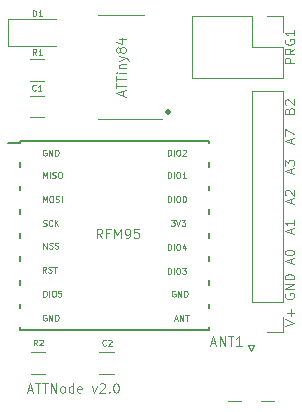
<source format=gto>
G04 #@! TF.GenerationSoftware,KiCad,Pcbnew,5.1.9*
G04 #@! TF.CreationDate,2021-03-12T19:02:00+01:00*
G04 #@! TF.ProjectId,LORA_ATTINY84,4c4f5241-5f41-4545-9449-4e5938342e6b,rev?*
G04 #@! TF.SameCoordinates,Original*
G04 #@! TF.FileFunction,Legend,Top*
G04 #@! TF.FilePolarity,Positive*
%FSLAX46Y46*%
G04 Gerber Fmt 4.6, Leading zero omitted, Abs format (unit mm)*
G04 Created by KiCad (PCBNEW 5.1.9) date 2021-03-12 19:02:00*
%MOMM*%
%LPD*%
G01*
G04 APERTURE LIST*
%ADD10C,0.100000*%
%ADD11C,0.300000*%
%ADD12C,0.120000*%
%ADD13C,0.200000*%
%ADD14O,1.802000X1.802000*%
%ADD15O,2.102000X1.102000*%
G04 APERTURE END LIST*
D10*
X70739047Y-72013000D02*
X70691428Y-71989190D01*
X70620000Y-71989190D01*
X70548571Y-72013000D01*
X70500952Y-72060619D01*
X70477142Y-72108238D01*
X70453333Y-72203476D01*
X70453333Y-72274904D01*
X70477142Y-72370142D01*
X70500952Y-72417761D01*
X70548571Y-72465380D01*
X70620000Y-72489190D01*
X70667619Y-72489190D01*
X70739047Y-72465380D01*
X70762857Y-72441571D01*
X70762857Y-72274904D01*
X70667619Y-72274904D01*
X70977142Y-72489190D02*
X70977142Y-71989190D01*
X71262857Y-72489190D01*
X71262857Y-71989190D01*
X71500952Y-72489190D02*
X71500952Y-71989190D01*
X71620000Y-71989190D01*
X71691428Y-72013000D01*
X71739047Y-72060619D01*
X71762857Y-72108238D01*
X71786666Y-72203476D01*
X71786666Y-72274904D01*
X71762857Y-72370142D01*
X71739047Y-72417761D01*
X71691428Y-72465380D01*
X71620000Y-72489190D01*
X71500952Y-72489190D01*
X70497000Y-70457190D02*
X70497000Y-69957190D01*
X70616047Y-69957190D01*
X70687476Y-69981000D01*
X70735095Y-70028619D01*
X70758904Y-70076238D01*
X70782714Y-70171476D01*
X70782714Y-70242904D01*
X70758904Y-70338142D01*
X70735095Y-70385761D01*
X70687476Y-70433380D01*
X70616047Y-70457190D01*
X70497000Y-70457190D01*
X70997000Y-70457190D02*
X70997000Y-69957190D01*
X71330333Y-69957190D02*
X71425571Y-69957190D01*
X71473190Y-69981000D01*
X71520809Y-70028619D01*
X71544619Y-70123857D01*
X71544619Y-70290523D01*
X71520809Y-70385761D01*
X71473190Y-70433380D01*
X71425571Y-70457190D01*
X71330333Y-70457190D01*
X71282714Y-70433380D01*
X71235095Y-70385761D01*
X71211285Y-70290523D01*
X71211285Y-70123857D01*
X71235095Y-70028619D01*
X71282714Y-69981000D01*
X71330333Y-69957190D01*
X71997000Y-69957190D02*
X71758904Y-69957190D01*
X71735095Y-70195285D01*
X71758904Y-70171476D01*
X71806523Y-70147666D01*
X71925571Y-70147666D01*
X71973190Y-70171476D01*
X71997000Y-70195285D01*
X72020809Y-70242904D01*
X72020809Y-70361952D01*
X71997000Y-70409571D01*
X71973190Y-70433380D01*
X71925571Y-70457190D01*
X71806523Y-70457190D01*
X71758904Y-70433380D01*
X71735095Y-70409571D01*
X70719190Y-68425190D02*
X70552523Y-68187095D01*
X70433476Y-68425190D02*
X70433476Y-67925190D01*
X70623952Y-67925190D01*
X70671571Y-67949000D01*
X70695380Y-67972809D01*
X70719190Y-68020428D01*
X70719190Y-68091857D01*
X70695380Y-68139476D01*
X70671571Y-68163285D01*
X70623952Y-68187095D01*
X70433476Y-68187095D01*
X70909666Y-68401380D02*
X70981095Y-68425190D01*
X71100142Y-68425190D01*
X71147761Y-68401380D01*
X71171571Y-68377571D01*
X71195380Y-68329952D01*
X71195380Y-68282333D01*
X71171571Y-68234714D01*
X71147761Y-68210904D01*
X71100142Y-68187095D01*
X71004904Y-68163285D01*
X70957285Y-68139476D01*
X70933476Y-68115666D01*
X70909666Y-68068047D01*
X70909666Y-68020428D01*
X70933476Y-67972809D01*
X70957285Y-67949000D01*
X71004904Y-67925190D01*
X71123952Y-67925190D01*
X71195380Y-67949000D01*
X71338238Y-67925190D02*
X71623952Y-67925190D01*
X71481095Y-68425190D02*
X71481095Y-67925190D01*
X70500952Y-66393190D02*
X70500952Y-65893190D01*
X70786666Y-66393190D01*
X70786666Y-65893190D01*
X71000952Y-66369380D02*
X71072380Y-66393190D01*
X71191428Y-66393190D01*
X71239047Y-66369380D01*
X71262857Y-66345571D01*
X71286666Y-66297952D01*
X71286666Y-66250333D01*
X71262857Y-66202714D01*
X71239047Y-66178904D01*
X71191428Y-66155095D01*
X71096190Y-66131285D01*
X71048571Y-66107476D01*
X71024761Y-66083666D01*
X71000952Y-66036047D01*
X71000952Y-65988428D01*
X71024761Y-65940809D01*
X71048571Y-65917000D01*
X71096190Y-65893190D01*
X71215238Y-65893190D01*
X71286666Y-65917000D01*
X71477142Y-66369380D02*
X71548571Y-66393190D01*
X71667619Y-66393190D01*
X71715238Y-66369380D01*
X71739047Y-66345571D01*
X71762857Y-66297952D01*
X71762857Y-66250333D01*
X71739047Y-66202714D01*
X71715238Y-66178904D01*
X71667619Y-66155095D01*
X71572380Y-66131285D01*
X71524761Y-66107476D01*
X71500952Y-66083666D01*
X71477142Y-66036047D01*
X71477142Y-65988428D01*
X71500952Y-65940809D01*
X71524761Y-65917000D01*
X71572380Y-65893190D01*
X71691428Y-65893190D01*
X71762857Y-65917000D01*
X70477142Y-64464380D02*
X70548571Y-64488190D01*
X70667619Y-64488190D01*
X70715238Y-64464380D01*
X70739047Y-64440571D01*
X70762857Y-64392952D01*
X70762857Y-64345333D01*
X70739047Y-64297714D01*
X70715238Y-64273904D01*
X70667619Y-64250095D01*
X70572380Y-64226285D01*
X70524761Y-64202476D01*
X70500952Y-64178666D01*
X70477142Y-64131047D01*
X70477142Y-64083428D01*
X70500952Y-64035809D01*
X70524761Y-64012000D01*
X70572380Y-63988190D01*
X70691428Y-63988190D01*
X70762857Y-64012000D01*
X71262857Y-64440571D02*
X71239047Y-64464380D01*
X71167619Y-64488190D01*
X71120000Y-64488190D01*
X71048571Y-64464380D01*
X71000952Y-64416761D01*
X70977142Y-64369142D01*
X70953333Y-64273904D01*
X70953333Y-64202476D01*
X70977142Y-64107238D01*
X71000952Y-64059619D01*
X71048571Y-64012000D01*
X71120000Y-63988190D01*
X71167619Y-63988190D01*
X71239047Y-64012000D01*
X71262857Y-64035809D01*
X71477142Y-64488190D02*
X71477142Y-63988190D01*
X71762857Y-64488190D02*
X71548571Y-64202476D01*
X71762857Y-63988190D02*
X71477142Y-64273904D01*
X70461285Y-62456190D02*
X70461285Y-61956190D01*
X70627952Y-62313333D01*
X70794619Y-61956190D01*
X70794619Y-62456190D01*
X71127952Y-61956190D02*
X71223190Y-61956190D01*
X71270809Y-61980000D01*
X71318428Y-62027619D01*
X71342238Y-62122857D01*
X71342238Y-62289523D01*
X71318428Y-62384761D01*
X71270809Y-62432380D01*
X71223190Y-62456190D01*
X71127952Y-62456190D01*
X71080333Y-62432380D01*
X71032714Y-62384761D01*
X71008904Y-62289523D01*
X71008904Y-62122857D01*
X71032714Y-62027619D01*
X71080333Y-61980000D01*
X71127952Y-61956190D01*
X71532714Y-62432380D02*
X71604142Y-62456190D01*
X71723190Y-62456190D01*
X71770809Y-62432380D01*
X71794619Y-62408571D01*
X71818428Y-62360952D01*
X71818428Y-62313333D01*
X71794619Y-62265714D01*
X71770809Y-62241904D01*
X71723190Y-62218095D01*
X71627952Y-62194285D01*
X71580333Y-62170476D01*
X71556523Y-62146666D01*
X71532714Y-62099047D01*
X71532714Y-62051428D01*
X71556523Y-62003809D01*
X71580333Y-61980000D01*
X71627952Y-61956190D01*
X71747000Y-61956190D01*
X71818428Y-61980000D01*
X72032714Y-62456190D02*
X72032714Y-61956190D01*
X70461285Y-60424190D02*
X70461285Y-59924190D01*
X70627952Y-60281333D01*
X70794619Y-59924190D01*
X70794619Y-60424190D01*
X71032714Y-60424190D02*
X71032714Y-59924190D01*
X71247000Y-60400380D02*
X71318428Y-60424190D01*
X71437476Y-60424190D01*
X71485095Y-60400380D01*
X71508904Y-60376571D01*
X71532714Y-60328952D01*
X71532714Y-60281333D01*
X71508904Y-60233714D01*
X71485095Y-60209904D01*
X71437476Y-60186095D01*
X71342238Y-60162285D01*
X71294619Y-60138476D01*
X71270809Y-60114666D01*
X71247000Y-60067047D01*
X71247000Y-60019428D01*
X71270809Y-59971809D01*
X71294619Y-59948000D01*
X71342238Y-59924190D01*
X71461285Y-59924190D01*
X71532714Y-59948000D01*
X71842238Y-59924190D02*
X71937476Y-59924190D01*
X71985095Y-59948000D01*
X72032714Y-59995619D01*
X72056523Y-60090857D01*
X72056523Y-60257523D01*
X72032714Y-60352761D01*
X71985095Y-60400380D01*
X71937476Y-60424190D01*
X71842238Y-60424190D01*
X71794619Y-60400380D01*
X71747000Y-60352761D01*
X71723190Y-60257523D01*
X71723190Y-60090857D01*
X71747000Y-59995619D01*
X71794619Y-59948000D01*
X71842238Y-59924190D01*
X70739047Y-58043000D02*
X70691428Y-58019190D01*
X70620000Y-58019190D01*
X70548571Y-58043000D01*
X70500952Y-58090619D01*
X70477142Y-58138238D01*
X70453333Y-58233476D01*
X70453333Y-58304904D01*
X70477142Y-58400142D01*
X70500952Y-58447761D01*
X70548571Y-58495380D01*
X70620000Y-58519190D01*
X70667619Y-58519190D01*
X70739047Y-58495380D01*
X70762857Y-58471571D01*
X70762857Y-58304904D01*
X70667619Y-58304904D01*
X70977142Y-58519190D02*
X70977142Y-58019190D01*
X71262857Y-58519190D01*
X71262857Y-58019190D01*
X71500952Y-58519190D02*
X71500952Y-58019190D01*
X71620000Y-58019190D01*
X71691428Y-58043000D01*
X71739047Y-58090619D01*
X71762857Y-58138238D01*
X71786666Y-58233476D01*
X71786666Y-58304904D01*
X71762857Y-58400142D01*
X71739047Y-58447761D01*
X71691428Y-58495380D01*
X71620000Y-58519190D01*
X71500952Y-58519190D01*
X81038000Y-58519190D02*
X81038000Y-58019190D01*
X81157047Y-58019190D01*
X81228476Y-58043000D01*
X81276095Y-58090619D01*
X81299904Y-58138238D01*
X81323714Y-58233476D01*
X81323714Y-58304904D01*
X81299904Y-58400142D01*
X81276095Y-58447761D01*
X81228476Y-58495380D01*
X81157047Y-58519190D01*
X81038000Y-58519190D01*
X81538000Y-58519190D02*
X81538000Y-58019190D01*
X81871333Y-58019190D02*
X81966571Y-58019190D01*
X82014190Y-58043000D01*
X82061809Y-58090619D01*
X82085619Y-58185857D01*
X82085619Y-58352523D01*
X82061809Y-58447761D01*
X82014190Y-58495380D01*
X81966571Y-58519190D01*
X81871333Y-58519190D01*
X81823714Y-58495380D01*
X81776095Y-58447761D01*
X81752285Y-58352523D01*
X81752285Y-58185857D01*
X81776095Y-58090619D01*
X81823714Y-58043000D01*
X81871333Y-58019190D01*
X82276095Y-58066809D02*
X82299904Y-58043000D01*
X82347523Y-58019190D01*
X82466571Y-58019190D01*
X82514190Y-58043000D01*
X82538000Y-58066809D01*
X82561809Y-58114428D01*
X82561809Y-58162047D01*
X82538000Y-58233476D01*
X82252285Y-58519190D01*
X82561809Y-58519190D01*
X81038000Y-60424190D02*
X81038000Y-59924190D01*
X81157047Y-59924190D01*
X81228476Y-59948000D01*
X81276095Y-59995619D01*
X81299904Y-60043238D01*
X81323714Y-60138476D01*
X81323714Y-60209904D01*
X81299904Y-60305142D01*
X81276095Y-60352761D01*
X81228476Y-60400380D01*
X81157047Y-60424190D01*
X81038000Y-60424190D01*
X81538000Y-60424190D02*
X81538000Y-59924190D01*
X81871333Y-59924190D02*
X81966571Y-59924190D01*
X82014190Y-59948000D01*
X82061809Y-59995619D01*
X82085619Y-60090857D01*
X82085619Y-60257523D01*
X82061809Y-60352761D01*
X82014190Y-60400380D01*
X81966571Y-60424190D01*
X81871333Y-60424190D01*
X81823714Y-60400380D01*
X81776095Y-60352761D01*
X81752285Y-60257523D01*
X81752285Y-60090857D01*
X81776095Y-59995619D01*
X81823714Y-59948000D01*
X81871333Y-59924190D01*
X82561809Y-60424190D02*
X82276095Y-60424190D01*
X82418952Y-60424190D02*
X82418952Y-59924190D01*
X82371333Y-59995619D01*
X82323714Y-60043238D01*
X82276095Y-60067047D01*
X81038000Y-62456190D02*
X81038000Y-61956190D01*
X81157047Y-61956190D01*
X81228476Y-61980000D01*
X81276095Y-62027619D01*
X81299904Y-62075238D01*
X81323714Y-62170476D01*
X81323714Y-62241904D01*
X81299904Y-62337142D01*
X81276095Y-62384761D01*
X81228476Y-62432380D01*
X81157047Y-62456190D01*
X81038000Y-62456190D01*
X81538000Y-62456190D02*
X81538000Y-61956190D01*
X81871333Y-61956190D02*
X81966571Y-61956190D01*
X82014190Y-61980000D01*
X82061809Y-62027619D01*
X82085619Y-62122857D01*
X82085619Y-62289523D01*
X82061809Y-62384761D01*
X82014190Y-62432380D01*
X81966571Y-62456190D01*
X81871333Y-62456190D01*
X81823714Y-62432380D01*
X81776095Y-62384761D01*
X81752285Y-62289523D01*
X81752285Y-62122857D01*
X81776095Y-62027619D01*
X81823714Y-61980000D01*
X81871333Y-61956190D01*
X82395142Y-61956190D02*
X82442761Y-61956190D01*
X82490380Y-61980000D01*
X82514190Y-62003809D01*
X82538000Y-62051428D01*
X82561809Y-62146666D01*
X82561809Y-62265714D01*
X82538000Y-62360952D01*
X82514190Y-62408571D01*
X82490380Y-62432380D01*
X82442761Y-62456190D01*
X82395142Y-62456190D01*
X82347523Y-62432380D01*
X82323714Y-62408571D01*
X82299904Y-62360952D01*
X82276095Y-62265714D01*
X82276095Y-62146666D01*
X82299904Y-62051428D01*
X82323714Y-62003809D01*
X82347523Y-61980000D01*
X82395142Y-61956190D01*
X81295952Y-63988190D02*
X81605476Y-63988190D01*
X81438809Y-64178666D01*
X81510238Y-64178666D01*
X81557857Y-64202476D01*
X81581666Y-64226285D01*
X81605476Y-64273904D01*
X81605476Y-64392952D01*
X81581666Y-64440571D01*
X81557857Y-64464380D01*
X81510238Y-64488190D01*
X81367380Y-64488190D01*
X81319761Y-64464380D01*
X81295952Y-64440571D01*
X81748333Y-63988190D02*
X81915000Y-64488190D01*
X82081666Y-63988190D01*
X82200714Y-63988190D02*
X82510238Y-63988190D01*
X82343571Y-64178666D01*
X82415000Y-64178666D01*
X82462619Y-64202476D01*
X82486428Y-64226285D01*
X82510238Y-64273904D01*
X82510238Y-64392952D01*
X82486428Y-64440571D01*
X82462619Y-64464380D01*
X82415000Y-64488190D01*
X82272142Y-64488190D01*
X82224523Y-64464380D01*
X82200714Y-64440571D01*
X81038000Y-66520190D02*
X81038000Y-66020190D01*
X81157047Y-66020190D01*
X81228476Y-66044000D01*
X81276095Y-66091619D01*
X81299904Y-66139238D01*
X81323714Y-66234476D01*
X81323714Y-66305904D01*
X81299904Y-66401142D01*
X81276095Y-66448761D01*
X81228476Y-66496380D01*
X81157047Y-66520190D01*
X81038000Y-66520190D01*
X81538000Y-66520190D02*
X81538000Y-66020190D01*
X81871333Y-66020190D02*
X81966571Y-66020190D01*
X82014190Y-66044000D01*
X82061809Y-66091619D01*
X82085619Y-66186857D01*
X82085619Y-66353523D01*
X82061809Y-66448761D01*
X82014190Y-66496380D01*
X81966571Y-66520190D01*
X81871333Y-66520190D01*
X81823714Y-66496380D01*
X81776095Y-66448761D01*
X81752285Y-66353523D01*
X81752285Y-66186857D01*
X81776095Y-66091619D01*
X81823714Y-66044000D01*
X81871333Y-66020190D01*
X82514190Y-66186857D02*
X82514190Y-66520190D01*
X82395142Y-65996380D02*
X82276095Y-66353523D01*
X82585619Y-66353523D01*
X81038000Y-68552190D02*
X81038000Y-68052190D01*
X81157047Y-68052190D01*
X81228476Y-68076000D01*
X81276095Y-68123619D01*
X81299904Y-68171238D01*
X81323714Y-68266476D01*
X81323714Y-68337904D01*
X81299904Y-68433142D01*
X81276095Y-68480761D01*
X81228476Y-68528380D01*
X81157047Y-68552190D01*
X81038000Y-68552190D01*
X81538000Y-68552190D02*
X81538000Y-68052190D01*
X81871333Y-68052190D02*
X81966571Y-68052190D01*
X82014190Y-68076000D01*
X82061809Y-68123619D01*
X82085619Y-68218857D01*
X82085619Y-68385523D01*
X82061809Y-68480761D01*
X82014190Y-68528380D01*
X81966571Y-68552190D01*
X81871333Y-68552190D01*
X81823714Y-68528380D01*
X81776095Y-68480761D01*
X81752285Y-68385523D01*
X81752285Y-68218857D01*
X81776095Y-68123619D01*
X81823714Y-68076000D01*
X81871333Y-68052190D01*
X82252285Y-68052190D02*
X82561809Y-68052190D01*
X82395142Y-68242666D01*
X82466571Y-68242666D01*
X82514190Y-68266476D01*
X82538000Y-68290285D01*
X82561809Y-68337904D01*
X82561809Y-68456952D01*
X82538000Y-68504571D01*
X82514190Y-68528380D01*
X82466571Y-68552190D01*
X82323714Y-68552190D01*
X82276095Y-68528380D01*
X82252285Y-68504571D01*
X81661047Y-69981000D02*
X81613428Y-69957190D01*
X81542000Y-69957190D01*
X81470571Y-69981000D01*
X81422952Y-70028619D01*
X81399142Y-70076238D01*
X81375333Y-70171476D01*
X81375333Y-70242904D01*
X81399142Y-70338142D01*
X81422952Y-70385761D01*
X81470571Y-70433380D01*
X81542000Y-70457190D01*
X81589619Y-70457190D01*
X81661047Y-70433380D01*
X81684857Y-70409571D01*
X81684857Y-70242904D01*
X81589619Y-70242904D01*
X81899142Y-70457190D02*
X81899142Y-69957190D01*
X82184857Y-70457190D01*
X82184857Y-69957190D01*
X82422952Y-70457190D02*
X82422952Y-69957190D01*
X82542000Y-69957190D01*
X82613428Y-69981000D01*
X82661047Y-70028619D01*
X82684857Y-70076238D01*
X82708666Y-70171476D01*
X82708666Y-70242904D01*
X82684857Y-70338142D01*
X82661047Y-70385761D01*
X82613428Y-70433380D01*
X82542000Y-70457190D01*
X82422952Y-70457190D01*
X81597571Y-72346333D02*
X81835666Y-72346333D01*
X81549952Y-72489190D02*
X81716619Y-71989190D01*
X81883285Y-72489190D01*
X82049952Y-72489190D02*
X82049952Y-71989190D01*
X82335666Y-72489190D01*
X82335666Y-71989190D01*
X82502333Y-71989190D02*
X82788047Y-71989190D01*
X82645190Y-72489190D02*
X82645190Y-71989190D01*
D11*
X81051400Y-54784571D02*
X81108542Y-54841714D01*
X81051400Y-54898857D01*
X80994257Y-54841714D01*
X81051400Y-54784571D01*
X81051400Y-54898857D01*
D10*
X91306657Y-54705209D02*
X91344752Y-54590923D01*
X91382847Y-54552828D01*
X91459038Y-54514733D01*
X91573323Y-54514733D01*
X91649514Y-54552828D01*
X91687609Y-54590923D01*
X91725704Y-54667114D01*
X91725704Y-54971876D01*
X90925704Y-54971876D01*
X90925704Y-54705209D01*
X90963800Y-54629019D01*
X91001895Y-54590923D01*
X91078085Y-54552828D01*
X91154276Y-54552828D01*
X91230466Y-54590923D01*
X91268561Y-54629019D01*
X91306657Y-54705209D01*
X91306657Y-54971876D01*
X91001895Y-54209971D02*
X90963800Y-54171876D01*
X90925704Y-54095685D01*
X90925704Y-53905209D01*
X90963800Y-53829019D01*
X91001895Y-53790923D01*
X91078085Y-53752828D01*
X91154276Y-53752828D01*
X91268561Y-53790923D01*
X91725704Y-54248066D01*
X91725704Y-53752828D01*
X91497133Y-57492828D02*
X91497133Y-57111876D01*
X91725704Y-57569019D02*
X90925704Y-57302352D01*
X91725704Y-57035685D01*
X90925704Y-56845209D02*
X90925704Y-56311876D01*
X91725704Y-56654733D01*
X91497133Y-60032828D02*
X91497133Y-59651876D01*
X91725704Y-60109019D02*
X90925704Y-59842352D01*
X91725704Y-59575685D01*
X90925704Y-59385209D02*
X90925704Y-58889971D01*
X91230466Y-59156638D01*
X91230466Y-59042352D01*
X91268561Y-58966161D01*
X91306657Y-58928066D01*
X91382847Y-58889971D01*
X91573323Y-58889971D01*
X91649514Y-58928066D01*
X91687609Y-58966161D01*
X91725704Y-59042352D01*
X91725704Y-59270923D01*
X91687609Y-59347114D01*
X91649514Y-59385209D01*
X91497133Y-62572828D02*
X91497133Y-62191876D01*
X91725704Y-62649019D02*
X90925704Y-62382352D01*
X91725704Y-62115685D01*
X91001895Y-61887114D02*
X90963800Y-61849019D01*
X90925704Y-61772828D01*
X90925704Y-61582352D01*
X90963800Y-61506161D01*
X91001895Y-61468066D01*
X91078085Y-61429971D01*
X91154276Y-61429971D01*
X91268561Y-61468066D01*
X91725704Y-61925209D01*
X91725704Y-61429971D01*
X91497133Y-65112828D02*
X91497133Y-64731876D01*
X91725704Y-65189019D02*
X90925704Y-64922352D01*
X91725704Y-64655685D01*
X91725704Y-63969971D02*
X91725704Y-64427114D01*
X91725704Y-64198542D02*
X90925704Y-64198542D01*
X91039990Y-64274733D01*
X91116180Y-64350923D01*
X91154276Y-64427114D01*
X91497133Y-67652828D02*
X91497133Y-67271876D01*
X91725704Y-67729019D02*
X90925704Y-67462352D01*
X91725704Y-67195685D01*
X90925704Y-66776638D02*
X90925704Y-66700447D01*
X90963800Y-66624257D01*
X91001895Y-66586161D01*
X91078085Y-66548066D01*
X91230466Y-66509971D01*
X91420942Y-66509971D01*
X91573323Y-66548066D01*
X91649514Y-66586161D01*
X91687609Y-66624257D01*
X91725704Y-66700447D01*
X91725704Y-66776638D01*
X91687609Y-66852828D01*
X91649514Y-66890923D01*
X91573323Y-66929019D01*
X91420942Y-66967114D01*
X91230466Y-66967114D01*
X91078085Y-66929019D01*
X91001895Y-66890923D01*
X90963800Y-66852828D01*
X90925704Y-66776638D01*
X90963800Y-70230923D02*
X90925704Y-70307114D01*
X90925704Y-70421400D01*
X90963800Y-70535685D01*
X91039990Y-70611876D01*
X91116180Y-70649971D01*
X91268561Y-70688066D01*
X91382847Y-70688066D01*
X91535228Y-70649971D01*
X91611419Y-70611876D01*
X91687609Y-70535685D01*
X91725704Y-70421400D01*
X91725704Y-70345209D01*
X91687609Y-70230923D01*
X91649514Y-70192828D01*
X91382847Y-70192828D01*
X91382847Y-70345209D01*
X91725704Y-69849971D02*
X90925704Y-69849971D01*
X91725704Y-69392828D01*
X90925704Y-69392828D01*
X91725704Y-69011876D02*
X90925704Y-69011876D01*
X90925704Y-68821400D01*
X90963800Y-68707114D01*
X91039990Y-68630923D01*
X91116180Y-68592828D01*
X91268561Y-68554733D01*
X91382847Y-68554733D01*
X91535228Y-68592828D01*
X91611419Y-68630923D01*
X91687609Y-68707114D01*
X91725704Y-68821400D01*
X91725704Y-69011876D01*
X90925704Y-72923304D02*
X91725704Y-72656638D01*
X90925704Y-72389971D01*
X91420942Y-72123304D02*
X91420942Y-71513780D01*
X91725704Y-71818542D02*
X91116180Y-71818542D01*
X69177380Y-78365333D02*
X69558333Y-78365333D01*
X69101190Y-78593904D02*
X69367857Y-77793904D01*
X69634523Y-78593904D01*
X69786904Y-77793904D02*
X70244047Y-77793904D01*
X70015476Y-78593904D02*
X70015476Y-77793904D01*
X70396428Y-77793904D02*
X70853571Y-77793904D01*
X70625000Y-78593904D02*
X70625000Y-77793904D01*
X71120238Y-78593904D02*
X71120238Y-77793904D01*
X71577380Y-78593904D01*
X71577380Y-77793904D01*
X72072619Y-78593904D02*
X71996428Y-78555809D01*
X71958333Y-78517714D01*
X71920238Y-78441523D01*
X71920238Y-78212952D01*
X71958333Y-78136761D01*
X71996428Y-78098666D01*
X72072619Y-78060571D01*
X72186904Y-78060571D01*
X72263095Y-78098666D01*
X72301190Y-78136761D01*
X72339285Y-78212952D01*
X72339285Y-78441523D01*
X72301190Y-78517714D01*
X72263095Y-78555809D01*
X72186904Y-78593904D01*
X72072619Y-78593904D01*
X73025000Y-78593904D02*
X73025000Y-77793904D01*
X73025000Y-78555809D02*
X72948809Y-78593904D01*
X72796428Y-78593904D01*
X72720238Y-78555809D01*
X72682142Y-78517714D01*
X72644047Y-78441523D01*
X72644047Y-78212952D01*
X72682142Y-78136761D01*
X72720238Y-78098666D01*
X72796428Y-78060571D01*
X72948809Y-78060571D01*
X73025000Y-78098666D01*
X73710714Y-78555809D02*
X73634523Y-78593904D01*
X73482142Y-78593904D01*
X73405952Y-78555809D01*
X73367857Y-78479619D01*
X73367857Y-78174857D01*
X73405952Y-78098666D01*
X73482142Y-78060571D01*
X73634523Y-78060571D01*
X73710714Y-78098666D01*
X73748809Y-78174857D01*
X73748809Y-78251047D01*
X73367857Y-78327238D01*
X74625000Y-78060571D02*
X74815476Y-78593904D01*
X75005952Y-78060571D01*
X75272619Y-77870095D02*
X75310714Y-77832000D01*
X75386904Y-77793904D01*
X75577380Y-77793904D01*
X75653571Y-77832000D01*
X75691666Y-77870095D01*
X75729761Y-77946285D01*
X75729761Y-78022476D01*
X75691666Y-78136761D01*
X75234523Y-78593904D01*
X75729761Y-78593904D01*
X76072619Y-78517714D02*
X76110714Y-78555809D01*
X76072619Y-78593904D01*
X76034523Y-78555809D01*
X76072619Y-78517714D01*
X76072619Y-78593904D01*
X76605952Y-77793904D02*
X76682142Y-77793904D01*
X76758333Y-77832000D01*
X76796428Y-77870095D01*
X76834523Y-77946285D01*
X76872619Y-78098666D01*
X76872619Y-78289142D01*
X76834523Y-78441523D01*
X76796428Y-78517714D01*
X76758333Y-78555809D01*
X76682142Y-78593904D01*
X76605952Y-78593904D01*
X76529761Y-78555809D01*
X76491666Y-78517714D01*
X76453571Y-78441523D01*
X76415476Y-78289142D01*
X76415476Y-78098666D01*
X76453571Y-77946285D01*
X76491666Y-77870095D01*
X76529761Y-77832000D01*
X76605952Y-77793904D01*
D12*
X88927200Y-79343000D02*
X90037200Y-79343000D01*
X86137200Y-79343000D02*
X87247200Y-79343000D01*
X88087200Y-75083000D02*
X88337200Y-74583000D01*
X88337200Y-74583000D02*
X87837200Y-74583000D01*
X87837200Y-74583000D02*
X88087200Y-75083000D01*
X69414636Y-77008400D02*
X70618764Y-77008400D01*
X69414636Y-75188400D02*
X70618764Y-75188400D01*
X76446464Y-75163000D02*
X75242336Y-75163000D01*
X76446464Y-76983000D02*
X75242336Y-76983000D01*
X70579064Y-53446000D02*
X69374936Y-53446000D01*
X70579064Y-55266000D02*
X69374936Y-55266000D01*
X90788800Y-46726800D02*
X90788800Y-48056800D01*
X89458800Y-46726800D02*
X90788800Y-46726800D01*
X90788800Y-49326800D02*
X90788800Y-51926800D01*
X88188800Y-49326800D02*
X90788800Y-49326800D01*
X88188800Y-46726800D02*
X88188800Y-49326800D01*
X90788800Y-51926800D02*
X83048800Y-51926800D01*
X88188800Y-46726800D02*
X83048800Y-46726800D01*
X83048800Y-46726800D02*
X83048800Y-51926800D01*
X90788800Y-73491400D02*
X89458800Y-73491400D01*
X90788800Y-72161400D02*
X90788800Y-73491400D01*
X90788800Y-70891400D02*
X88128800Y-70891400D01*
X88128800Y-70891400D02*
X88128800Y-53051400D01*
X90788800Y-70891400D02*
X90788800Y-53051400D01*
X90788800Y-53051400D02*
X88128800Y-53051400D01*
X70579064Y-50359900D02*
X69374936Y-50359900D01*
X70579064Y-52179900D02*
X69374936Y-52179900D01*
X67517000Y-49268000D02*
X71577000Y-49268000D01*
X67517000Y-46998000D02*
X67517000Y-49268000D01*
X71577000Y-46998000D02*
X67517000Y-46998000D01*
X77089000Y-55463600D02*
X80539000Y-55463600D01*
X77089000Y-55463600D02*
X75139000Y-55463600D01*
X77089000Y-46593600D02*
X79039000Y-46593600D01*
X77089000Y-46593600D02*
X75139000Y-46593600D01*
D13*
X68529200Y-57267600D02*
X84529200Y-57267600D01*
X68529200Y-69067600D02*
X68529200Y-69467600D01*
X68529200Y-67067600D02*
X68529200Y-67467600D01*
X68529200Y-65067600D02*
X68529200Y-65467600D01*
X68529200Y-63067600D02*
X68529200Y-63467600D01*
X68529200Y-61467600D02*
X68529200Y-61067600D01*
X68529200Y-59467600D02*
X68529200Y-59067600D01*
X67529200Y-57467600D02*
X68529200Y-57467600D01*
X68529200Y-57467600D02*
X68529200Y-57267600D01*
X68529200Y-71067600D02*
X68529200Y-71467600D01*
X84529200Y-57267600D02*
X84529200Y-57467600D01*
X84529200Y-59067600D02*
X84529200Y-59467600D01*
X84529200Y-61067600D02*
X84529200Y-61467600D01*
X84529200Y-63067600D02*
X84529200Y-63467600D01*
X84529200Y-65067600D02*
X84529200Y-65467600D01*
X84529200Y-67067600D02*
X84529200Y-67467600D01*
X84529200Y-69067600D02*
X84529200Y-69467600D01*
X84529200Y-71067600D02*
X84529200Y-71467600D01*
X84529200Y-73067600D02*
X84529200Y-73267600D01*
X84529200Y-73267600D02*
X68529200Y-73267600D01*
X68529200Y-73267600D02*
X68529200Y-73067600D01*
D10*
X84683761Y-74377533D02*
X85064714Y-74377533D01*
X84607571Y-74606104D02*
X84874238Y-73806104D01*
X85140904Y-74606104D01*
X85407571Y-74606104D02*
X85407571Y-73806104D01*
X85864714Y-74606104D01*
X85864714Y-73806104D01*
X86131380Y-73806104D02*
X86588523Y-73806104D01*
X86359952Y-74606104D02*
X86359952Y-73806104D01*
X87274238Y-74606104D02*
X86817095Y-74606104D01*
X87045666Y-74606104D02*
X87045666Y-73806104D01*
X86969476Y-73920390D01*
X86893285Y-73996580D01*
X86817095Y-74034676D01*
X69969866Y-74597390D02*
X69803200Y-74359295D01*
X69684152Y-74597390D02*
X69684152Y-74097390D01*
X69874628Y-74097390D01*
X69922247Y-74121200D01*
X69946057Y-74145009D01*
X69969866Y-74192628D01*
X69969866Y-74264057D01*
X69946057Y-74311676D01*
X69922247Y-74335485D01*
X69874628Y-74359295D01*
X69684152Y-74359295D01*
X70160342Y-74145009D02*
X70184152Y-74121200D01*
X70231771Y-74097390D01*
X70350819Y-74097390D01*
X70398438Y-74121200D01*
X70422247Y-74145009D01*
X70446057Y-74192628D01*
X70446057Y-74240247D01*
X70422247Y-74311676D01*
X70136533Y-74597390D01*
X70446057Y-74597390D01*
X75786466Y-74575171D02*
X75762657Y-74598980D01*
X75691228Y-74622790D01*
X75643609Y-74622790D01*
X75572180Y-74598980D01*
X75524561Y-74551361D01*
X75500752Y-74503742D01*
X75476942Y-74408504D01*
X75476942Y-74337076D01*
X75500752Y-74241838D01*
X75524561Y-74194219D01*
X75572180Y-74146600D01*
X75643609Y-74122790D01*
X75691228Y-74122790D01*
X75762657Y-74146600D01*
X75786466Y-74170409D01*
X75976942Y-74170409D02*
X76000752Y-74146600D01*
X76048371Y-74122790D01*
X76167419Y-74122790D01*
X76215038Y-74146600D01*
X76238847Y-74170409D01*
X76262657Y-74218028D01*
X76262657Y-74265647D01*
X76238847Y-74337076D01*
X75953133Y-74622790D01*
X76262657Y-74622790D01*
X69842866Y-52985171D02*
X69819057Y-53008980D01*
X69747628Y-53032790D01*
X69700009Y-53032790D01*
X69628580Y-53008980D01*
X69580961Y-52961361D01*
X69557152Y-52913742D01*
X69533342Y-52818504D01*
X69533342Y-52747076D01*
X69557152Y-52651838D01*
X69580961Y-52604219D01*
X69628580Y-52556600D01*
X69700009Y-52532790D01*
X69747628Y-52532790D01*
X69819057Y-52556600D01*
X69842866Y-52580409D01*
X70319057Y-53032790D02*
X70033342Y-53032790D01*
X70176200Y-53032790D02*
X70176200Y-52532790D01*
X70128580Y-52604219D01*
X70080961Y-52651838D01*
X70033342Y-52675647D01*
X91751104Y-50717276D02*
X90951104Y-50717276D01*
X90951104Y-50412514D01*
X90989200Y-50336323D01*
X91027295Y-50298228D01*
X91103485Y-50260133D01*
X91217771Y-50260133D01*
X91293961Y-50298228D01*
X91332057Y-50336323D01*
X91370152Y-50412514D01*
X91370152Y-50717276D01*
X91751104Y-49460133D02*
X91370152Y-49726800D01*
X91751104Y-49917276D02*
X90951104Y-49917276D01*
X90951104Y-49612514D01*
X90989200Y-49536323D01*
X91027295Y-49498228D01*
X91103485Y-49460133D01*
X91217771Y-49460133D01*
X91293961Y-49498228D01*
X91332057Y-49536323D01*
X91370152Y-49612514D01*
X91370152Y-49917276D01*
X90989200Y-48698228D02*
X90951104Y-48774419D01*
X90951104Y-48888704D01*
X90989200Y-49002990D01*
X91065390Y-49079180D01*
X91141580Y-49117276D01*
X91293961Y-49155371D01*
X91408247Y-49155371D01*
X91560628Y-49117276D01*
X91636819Y-49079180D01*
X91713009Y-49002990D01*
X91751104Y-48888704D01*
X91751104Y-48812514D01*
X91713009Y-48698228D01*
X91674914Y-48660133D01*
X91408247Y-48660133D01*
X91408247Y-48812514D01*
X91751104Y-47898228D02*
X91751104Y-48355371D01*
X91751104Y-48126800D02*
X90951104Y-48126800D01*
X91065390Y-48202990D01*
X91141580Y-48279180D01*
X91179676Y-48355371D01*
X69893666Y-50010190D02*
X69727000Y-49772095D01*
X69607952Y-50010190D02*
X69607952Y-49510190D01*
X69798428Y-49510190D01*
X69846047Y-49534000D01*
X69869857Y-49557809D01*
X69893666Y-49605428D01*
X69893666Y-49676857D01*
X69869857Y-49724476D01*
X69846047Y-49748285D01*
X69798428Y-49772095D01*
X69607952Y-49772095D01*
X70369857Y-50010190D02*
X70084142Y-50010190D01*
X70227000Y-50010190D02*
X70227000Y-49510190D01*
X70179380Y-49581619D01*
X70131761Y-49629238D01*
X70084142Y-49653047D01*
X69607952Y-46733590D02*
X69607952Y-46233590D01*
X69727000Y-46233590D01*
X69798428Y-46257400D01*
X69846047Y-46305019D01*
X69869857Y-46352638D01*
X69893666Y-46447876D01*
X69893666Y-46519304D01*
X69869857Y-46614542D01*
X69846047Y-46662161D01*
X69798428Y-46709780D01*
X69727000Y-46733590D01*
X69607952Y-46733590D01*
X70369857Y-46733590D02*
X70084142Y-46733590D01*
X70227000Y-46733590D02*
X70227000Y-46233590D01*
X70179380Y-46305019D01*
X70131761Y-46352638D01*
X70084142Y-46376447D01*
X77222333Y-53447647D02*
X77222333Y-53066695D01*
X77450904Y-53523838D02*
X76650904Y-53257171D01*
X77450904Y-52990504D01*
X76650904Y-52838123D02*
X76650904Y-52380980D01*
X77450904Y-52609552D02*
X76650904Y-52609552D01*
X76650904Y-52228600D02*
X76650904Y-51771457D01*
X77450904Y-52000028D02*
X76650904Y-52000028D01*
X77450904Y-51504790D02*
X76917571Y-51504790D01*
X76650904Y-51504790D02*
X76689000Y-51542885D01*
X76727095Y-51504790D01*
X76689000Y-51466695D01*
X76650904Y-51504790D01*
X76727095Y-51504790D01*
X76917571Y-51123838D02*
X77450904Y-51123838D01*
X76993761Y-51123838D02*
X76955666Y-51085742D01*
X76917571Y-51009552D01*
X76917571Y-50895266D01*
X76955666Y-50819076D01*
X77031857Y-50780980D01*
X77450904Y-50780980D01*
X76917571Y-50476219D02*
X77450904Y-50285742D01*
X76917571Y-50095266D02*
X77450904Y-50285742D01*
X77641380Y-50361933D01*
X77679476Y-50400028D01*
X77717571Y-50476219D01*
X76993761Y-49676219D02*
X76955666Y-49752409D01*
X76917571Y-49790504D01*
X76841380Y-49828600D01*
X76803285Y-49828600D01*
X76727095Y-49790504D01*
X76689000Y-49752409D01*
X76650904Y-49676219D01*
X76650904Y-49523838D01*
X76689000Y-49447647D01*
X76727095Y-49409552D01*
X76803285Y-49371457D01*
X76841380Y-49371457D01*
X76917571Y-49409552D01*
X76955666Y-49447647D01*
X76993761Y-49523838D01*
X76993761Y-49676219D01*
X77031857Y-49752409D01*
X77069952Y-49790504D01*
X77146142Y-49828600D01*
X77298523Y-49828600D01*
X77374714Y-49790504D01*
X77412809Y-49752409D01*
X77450904Y-49676219D01*
X77450904Y-49523838D01*
X77412809Y-49447647D01*
X77374714Y-49409552D01*
X77298523Y-49371457D01*
X77146142Y-49371457D01*
X77069952Y-49409552D01*
X77031857Y-49447647D01*
X76993761Y-49523838D01*
X76917571Y-48685742D02*
X77450904Y-48685742D01*
X76612809Y-48876219D02*
X77184238Y-49066695D01*
X77184238Y-48571457D01*
X75469914Y-65512904D02*
X75203247Y-65131952D01*
X75012771Y-65512904D02*
X75012771Y-64712904D01*
X75317533Y-64712904D01*
X75393723Y-64751000D01*
X75431819Y-64789095D01*
X75469914Y-64865285D01*
X75469914Y-64979571D01*
X75431819Y-65055761D01*
X75393723Y-65093857D01*
X75317533Y-65131952D01*
X75012771Y-65131952D01*
X76079438Y-65093857D02*
X75812771Y-65093857D01*
X75812771Y-65512904D02*
X75812771Y-64712904D01*
X76193723Y-64712904D01*
X76498485Y-65512904D02*
X76498485Y-64712904D01*
X76765152Y-65284333D01*
X77031819Y-64712904D01*
X77031819Y-65512904D01*
X77450866Y-65512904D02*
X77603247Y-65512904D01*
X77679438Y-65474809D01*
X77717533Y-65436714D01*
X77793723Y-65322428D01*
X77831819Y-65170047D01*
X77831819Y-64865285D01*
X77793723Y-64789095D01*
X77755628Y-64751000D01*
X77679438Y-64712904D01*
X77527057Y-64712904D01*
X77450866Y-64751000D01*
X77412771Y-64789095D01*
X77374676Y-64865285D01*
X77374676Y-65055761D01*
X77412771Y-65131952D01*
X77450866Y-65170047D01*
X77527057Y-65208142D01*
X77679438Y-65208142D01*
X77755628Y-65170047D01*
X77793723Y-65131952D01*
X77831819Y-65055761D01*
X78555628Y-64712904D02*
X78174676Y-64712904D01*
X78136580Y-65093857D01*
X78174676Y-65055761D01*
X78250866Y-65017666D01*
X78441342Y-65017666D01*
X78517533Y-65055761D01*
X78555628Y-65093857D01*
X78593723Y-65170047D01*
X78593723Y-65360523D01*
X78555628Y-65436714D01*
X78517533Y-65474809D01*
X78441342Y-65512904D01*
X78250866Y-65512904D01*
X78174676Y-65474809D01*
X78136580Y-65436714D01*
%LPC*%
G36*
G01*
X87436200Y-79383601D02*
X87436200Y-77283599D01*
G75*
G02*
X87487199Y-77232600I50999J0D01*
G01*
X88687201Y-77232600D01*
G75*
G02*
X88738200Y-77283599I0J-50999D01*
G01*
X88738200Y-79383601D01*
G75*
G02*
X88687201Y-79434600I-50999J0D01*
G01*
X87487199Y-79434600D01*
G75*
G02*
X87436200Y-79383601I0J50999D01*
G01*
G37*
G36*
X91591597Y-75187045D02*
G01*
X91592572Y-75187141D01*
X91602401Y-75189099D01*
X91603339Y-75189384D01*
X91612540Y-75193195D01*
X91613405Y-75193657D01*
X91621699Y-75199192D01*
X91622457Y-75199813D01*
X91629587Y-75206943D01*
X91630208Y-75207701D01*
X91635743Y-75215995D01*
X91636205Y-75216860D01*
X91640016Y-75226061D01*
X91640301Y-75226999D01*
X91642259Y-75236828D01*
X91642355Y-75237803D01*
X91642600Y-75242800D01*
X91642600Y-79442800D01*
X91642355Y-79447797D01*
X91642259Y-79448772D01*
X91640301Y-79458601D01*
X91640016Y-79459539D01*
X91636205Y-79468740D01*
X91635743Y-79469605D01*
X91630208Y-79477899D01*
X91629587Y-79478657D01*
X91622457Y-79485787D01*
X91621699Y-79486408D01*
X91613405Y-79491943D01*
X91612540Y-79492405D01*
X91603339Y-79496216D01*
X91602401Y-79496501D01*
X91592572Y-79498459D01*
X91591597Y-79498555D01*
X91586600Y-79498800D01*
X90236600Y-79498800D01*
X90231603Y-79498555D01*
X90230628Y-79498459D01*
X90220799Y-79496501D01*
X90219861Y-79496216D01*
X90210660Y-79492405D01*
X90209795Y-79491943D01*
X90201501Y-79486408D01*
X90200743Y-79485787D01*
X90193613Y-79478657D01*
X90192992Y-79477899D01*
X90187457Y-79469605D01*
X90186995Y-79468740D01*
X90183184Y-79459539D01*
X90182899Y-79458601D01*
X90180941Y-79448772D01*
X90180845Y-79447797D01*
X90180600Y-79442800D01*
X90180600Y-77298800D01*
X89136600Y-77298800D01*
X89131603Y-77298555D01*
X89130628Y-77298459D01*
X89120799Y-77296501D01*
X89119861Y-77296216D01*
X89110660Y-77292405D01*
X89109795Y-77291943D01*
X89101501Y-77286408D01*
X89100743Y-77285787D01*
X89093613Y-77278657D01*
X89092992Y-77277899D01*
X89087457Y-77269605D01*
X89086995Y-77268740D01*
X89083184Y-77259539D01*
X89082899Y-77258601D01*
X89080941Y-77248772D01*
X89080845Y-77247797D01*
X89080600Y-77242800D01*
X89080600Y-75242800D01*
X89080845Y-75237803D01*
X89080941Y-75236828D01*
X89082899Y-75226999D01*
X89083184Y-75226061D01*
X89086995Y-75216860D01*
X89087457Y-75215995D01*
X89092992Y-75207701D01*
X89093613Y-75206943D01*
X89100743Y-75199813D01*
X89101501Y-75199192D01*
X89109795Y-75193657D01*
X89110660Y-75193195D01*
X89119861Y-75189384D01*
X89120799Y-75189099D01*
X89130628Y-75187141D01*
X89131603Y-75187045D01*
X89136600Y-75186800D01*
X91586600Y-75186800D01*
X91591597Y-75187045D01*
G37*
G36*
X87039917Y-75187045D02*
G01*
X87040892Y-75187141D01*
X87050721Y-75189099D01*
X87051659Y-75189384D01*
X87060860Y-75193195D01*
X87061725Y-75193657D01*
X87070019Y-75199192D01*
X87070777Y-75199813D01*
X87077907Y-75206943D01*
X87078528Y-75207701D01*
X87084063Y-75215995D01*
X87084525Y-75216860D01*
X87088336Y-75226061D01*
X87088621Y-75226999D01*
X87090579Y-75236828D01*
X87090675Y-75237803D01*
X87090920Y-75242800D01*
X87090920Y-77242800D01*
X87090675Y-77247797D01*
X87090579Y-77248772D01*
X87088621Y-77258601D01*
X87088336Y-77259539D01*
X87084525Y-77268740D01*
X87084063Y-77269605D01*
X87078528Y-77277899D01*
X87077907Y-77278657D01*
X87070777Y-77285787D01*
X87070019Y-77286408D01*
X87061725Y-77291943D01*
X87060860Y-77292405D01*
X87051659Y-77296216D01*
X87050721Y-77296501D01*
X87040892Y-77298459D01*
X87039917Y-77298555D01*
X87034920Y-77298800D01*
X85990920Y-77298800D01*
X85990920Y-79442800D01*
X85990675Y-79447797D01*
X85990579Y-79448772D01*
X85988621Y-79458601D01*
X85988336Y-79459539D01*
X85984525Y-79468740D01*
X85984063Y-79469605D01*
X85978528Y-79477899D01*
X85977907Y-79478657D01*
X85970777Y-79485787D01*
X85970019Y-79486408D01*
X85961725Y-79491943D01*
X85960860Y-79492405D01*
X85951659Y-79496216D01*
X85950721Y-79496501D01*
X85940892Y-79498459D01*
X85939917Y-79498555D01*
X85934920Y-79498800D01*
X84584920Y-79498800D01*
X84579923Y-79498555D01*
X84578948Y-79498459D01*
X84569119Y-79496501D01*
X84568181Y-79496216D01*
X84558980Y-79492405D01*
X84558115Y-79491943D01*
X84549821Y-79486408D01*
X84549063Y-79485787D01*
X84541933Y-79478657D01*
X84541312Y-79477899D01*
X84535777Y-79469605D01*
X84535315Y-79468740D01*
X84531504Y-79459539D01*
X84531219Y-79458601D01*
X84529261Y-79448772D01*
X84529165Y-79447797D01*
X84528920Y-79442800D01*
X84528920Y-75242800D01*
X84529165Y-75237803D01*
X84529261Y-75236828D01*
X84531219Y-75226999D01*
X84531504Y-75226061D01*
X84535315Y-75216860D01*
X84535777Y-75215995D01*
X84541312Y-75207701D01*
X84541933Y-75206943D01*
X84549063Y-75199813D01*
X84549821Y-75199192D01*
X84558115Y-75193657D01*
X84558980Y-75193195D01*
X84568181Y-75189384D01*
X84569119Y-75189099D01*
X84578948Y-75187141D01*
X84579923Y-75187045D01*
X84584920Y-75186800D01*
X87034920Y-75186800D01*
X87039917Y-75187045D01*
G37*
G36*
G01*
X70740700Y-76756506D02*
X70740700Y-75440294D01*
G75*
G02*
X71008594Y-75172400I267894J0D01*
G01*
X71999806Y-75172400D01*
G75*
G02*
X72267700Y-75440294I0J-267894D01*
G01*
X72267700Y-76756506D01*
G75*
G02*
X71999806Y-77024400I-267894J0D01*
G01*
X71008594Y-77024400D01*
G75*
G02*
X70740700Y-76756506I0J267894D01*
G01*
G37*
G36*
G01*
X67765700Y-76756506D02*
X67765700Y-75440294D01*
G75*
G02*
X68033594Y-75172400I267894J0D01*
G01*
X69024806Y-75172400D01*
G75*
G02*
X69292700Y-75440294I0J-267894D01*
G01*
X69292700Y-76756506D01*
G75*
G02*
X69024806Y-77024400I-267894J0D01*
G01*
X68033594Y-77024400D01*
G75*
G02*
X67765700Y-76756506I0J267894D01*
G01*
G37*
G36*
G01*
X75120400Y-75414894D02*
X75120400Y-76731106D01*
G75*
G02*
X74852506Y-76999000I-267894J0D01*
G01*
X73861294Y-76999000D01*
G75*
G02*
X73593400Y-76731106I0J267894D01*
G01*
X73593400Y-75414894D01*
G75*
G02*
X73861294Y-75147000I267894J0D01*
G01*
X74852506Y-75147000D01*
G75*
G02*
X75120400Y-75414894I0J-267894D01*
G01*
G37*
G36*
G01*
X78095400Y-75414894D02*
X78095400Y-76731106D01*
G75*
G02*
X77827506Y-76999000I-267894J0D01*
G01*
X76836294Y-76999000D01*
G75*
G02*
X76568400Y-76731106I0J267894D01*
G01*
X76568400Y-75414894D01*
G75*
G02*
X76836294Y-75147000I267894J0D01*
G01*
X77827506Y-75147000D01*
G75*
G02*
X78095400Y-75414894I0J-267894D01*
G01*
G37*
G36*
G01*
X69253000Y-53697894D02*
X69253000Y-55014106D01*
G75*
G02*
X68985106Y-55282000I-267894J0D01*
G01*
X67993894Y-55282000D01*
G75*
G02*
X67726000Y-55014106I0J267894D01*
G01*
X67726000Y-53697894D01*
G75*
G02*
X67993894Y-53430000I267894J0D01*
G01*
X68985106Y-53430000D01*
G75*
G02*
X69253000Y-53697894I0J-267894D01*
G01*
G37*
G36*
G01*
X72228000Y-53697894D02*
X72228000Y-55014106D01*
G75*
G02*
X71960106Y-55282000I-267894J0D01*
G01*
X70968894Y-55282000D01*
G75*
G02*
X70701000Y-55014106I0J267894D01*
G01*
X70701000Y-53697894D01*
G75*
G02*
X70968894Y-53430000I267894J0D01*
G01*
X71960106Y-53430000D01*
G75*
G02*
X72228000Y-53697894I0J-267894D01*
G01*
G37*
D14*
X84378800Y-50596800D03*
X84378800Y-48056800D03*
X86918800Y-50596800D03*
X86918800Y-48056800D03*
X89458800Y-50596800D03*
G36*
G01*
X88608800Y-47155800D02*
X90308800Y-47155800D01*
G75*
G02*
X90359800Y-47206800I0J-51000D01*
G01*
X90359800Y-48906800D01*
G75*
G02*
X90308800Y-48957800I-51000J0D01*
G01*
X88608800Y-48957800D01*
G75*
G02*
X88557800Y-48906800I0J51000D01*
G01*
X88557800Y-47206800D01*
G75*
G02*
X88608800Y-47155800I51000J0D01*
G01*
G37*
X89458800Y-54381400D03*
X89458800Y-56921400D03*
X89458800Y-59461400D03*
X89458800Y-62001400D03*
X89458800Y-64541400D03*
X89458800Y-67081400D03*
X89458800Y-69621400D03*
G36*
G01*
X90359800Y-71311400D02*
X90359800Y-73011400D01*
G75*
G02*
X90308800Y-73062400I-51000J0D01*
G01*
X88608800Y-73062400D01*
G75*
G02*
X88557800Y-73011400I0J51000D01*
G01*
X88557800Y-71311400D01*
G75*
G02*
X88608800Y-71260400I51000J0D01*
G01*
X90308800Y-71260400D01*
G75*
G02*
X90359800Y-71311400I0J-51000D01*
G01*
G37*
G36*
G01*
X69253000Y-50611794D02*
X69253000Y-51928006D01*
G75*
G02*
X68985106Y-52195900I-267894J0D01*
G01*
X67993894Y-52195900D01*
G75*
G02*
X67726000Y-51928006I0J267894D01*
G01*
X67726000Y-50611794D01*
G75*
G02*
X67993894Y-50343900I267894J0D01*
G01*
X68985106Y-50343900D01*
G75*
G02*
X69253000Y-50611794I0J-267894D01*
G01*
G37*
G36*
G01*
X72228000Y-50611794D02*
X72228000Y-51928006D01*
G75*
G02*
X71960106Y-52195900I-267894J0D01*
G01*
X70968894Y-52195900D01*
G75*
G02*
X70701000Y-51928006I0J267894D01*
G01*
X70701000Y-50611794D01*
G75*
G02*
X70968894Y-50343900I267894J0D01*
G01*
X71960106Y-50343900D01*
G75*
G02*
X72228000Y-50611794I0J-267894D01*
G01*
G37*
G36*
G01*
X70701000Y-48791106D02*
X70701000Y-47474894D01*
G75*
G02*
X70968894Y-47207000I267894J0D01*
G01*
X71960106Y-47207000D01*
G75*
G02*
X72228000Y-47474894I0J-267894D01*
G01*
X72228000Y-48791106D01*
G75*
G02*
X71960106Y-49059000I-267894J0D01*
G01*
X70968894Y-49059000D01*
G75*
G02*
X70701000Y-48791106I0J267894D01*
G01*
G37*
G36*
G01*
X67726000Y-48791106D02*
X67726000Y-47474894D01*
G75*
G02*
X67993894Y-47207000I267894J0D01*
G01*
X68985106Y-47207000D01*
G75*
G02*
X69253000Y-47474894I0J-267894D01*
G01*
X69253000Y-48791106D01*
G75*
G02*
X68985106Y-49059000I-267894J0D01*
G01*
X67993894Y-49059000D01*
G75*
G02*
X67726000Y-48791106I0J267894D01*
G01*
G37*
G36*
G01*
X75640000Y-54663100D02*
X75640000Y-55014100D01*
G75*
G02*
X75464500Y-55189600I-175500J0D01*
G01*
X73763500Y-55189600D01*
G75*
G02*
X73588000Y-55014100I0J175500D01*
G01*
X73588000Y-54663100D01*
G75*
G02*
X73763500Y-54487600I175500J0D01*
G01*
X75464500Y-54487600D01*
G75*
G02*
X75640000Y-54663100I0J-175500D01*
G01*
G37*
G36*
G01*
X75640000Y-53393100D02*
X75640000Y-53744100D01*
G75*
G02*
X75464500Y-53919600I-175500J0D01*
G01*
X73763500Y-53919600D01*
G75*
G02*
X73588000Y-53744100I0J175500D01*
G01*
X73588000Y-53393100D01*
G75*
G02*
X73763500Y-53217600I175500J0D01*
G01*
X75464500Y-53217600D01*
G75*
G02*
X75640000Y-53393100I0J-175500D01*
G01*
G37*
G36*
G01*
X75640000Y-52123100D02*
X75640000Y-52474100D01*
G75*
G02*
X75464500Y-52649600I-175500J0D01*
G01*
X73763500Y-52649600D01*
G75*
G02*
X73588000Y-52474100I0J175500D01*
G01*
X73588000Y-52123100D01*
G75*
G02*
X73763500Y-51947600I175500J0D01*
G01*
X75464500Y-51947600D01*
G75*
G02*
X75640000Y-52123100I0J-175500D01*
G01*
G37*
G36*
G01*
X75640000Y-50853100D02*
X75640000Y-51204100D01*
G75*
G02*
X75464500Y-51379600I-175500J0D01*
G01*
X73763500Y-51379600D01*
G75*
G02*
X73588000Y-51204100I0J175500D01*
G01*
X73588000Y-50853100D01*
G75*
G02*
X73763500Y-50677600I175500J0D01*
G01*
X75464500Y-50677600D01*
G75*
G02*
X75640000Y-50853100I0J-175500D01*
G01*
G37*
G36*
G01*
X75640000Y-49583100D02*
X75640000Y-49934100D01*
G75*
G02*
X75464500Y-50109600I-175500J0D01*
G01*
X73763500Y-50109600D01*
G75*
G02*
X73588000Y-49934100I0J175500D01*
G01*
X73588000Y-49583100D01*
G75*
G02*
X73763500Y-49407600I175500J0D01*
G01*
X75464500Y-49407600D01*
G75*
G02*
X75640000Y-49583100I0J-175500D01*
G01*
G37*
G36*
G01*
X75640000Y-48313100D02*
X75640000Y-48664100D01*
G75*
G02*
X75464500Y-48839600I-175500J0D01*
G01*
X73763500Y-48839600D01*
G75*
G02*
X73588000Y-48664100I0J175500D01*
G01*
X73588000Y-48313100D01*
G75*
G02*
X73763500Y-48137600I175500J0D01*
G01*
X75464500Y-48137600D01*
G75*
G02*
X75640000Y-48313100I0J-175500D01*
G01*
G37*
G36*
G01*
X75640000Y-47043100D02*
X75640000Y-47394100D01*
G75*
G02*
X75464500Y-47569600I-175500J0D01*
G01*
X73763500Y-47569600D01*
G75*
G02*
X73588000Y-47394100I0J175500D01*
G01*
X73588000Y-47043100D01*
G75*
G02*
X73763500Y-46867600I175500J0D01*
G01*
X75464500Y-46867600D01*
G75*
G02*
X75640000Y-47043100I0J-175500D01*
G01*
G37*
G36*
G01*
X80590000Y-47043100D02*
X80590000Y-47394100D01*
G75*
G02*
X80414500Y-47569600I-175500J0D01*
G01*
X78713500Y-47569600D01*
G75*
G02*
X78538000Y-47394100I0J175500D01*
G01*
X78538000Y-47043100D01*
G75*
G02*
X78713500Y-46867600I175500J0D01*
G01*
X80414500Y-46867600D01*
G75*
G02*
X80590000Y-47043100I0J-175500D01*
G01*
G37*
G36*
G01*
X80590000Y-48313100D02*
X80590000Y-48664100D01*
G75*
G02*
X80414500Y-48839600I-175500J0D01*
G01*
X78713500Y-48839600D01*
G75*
G02*
X78538000Y-48664100I0J175500D01*
G01*
X78538000Y-48313100D01*
G75*
G02*
X78713500Y-48137600I175500J0D01*
G01*
X80414500Y-48137600D01*
G75*
G02*
X80590000Y-48313100I0J-175500D01*
G01*
G37*
G36*
G01*
X80590000Y-49583100D02*
X80590000Y-49934100D01*
G75*
G02*
X80414500Y-50109600I-175500J0D01*
G01*
X78713500Y-50109600D01*
G75*
G02*
X78538000Y-49934100I0J175500D01*
G01*
X78538000Y-49583100D01*
G75*
G02*
X78713500Y-49407600I175500J0D01*
G01*
X80414500Y-49407600D01*
G75*
G02*
X80590000Y-49583100I0J-175500D01*
G01*
G37*
G36*
G01*
X80590000Y-50853100D02*
X80590000Y-51204100D01*
G75*
G02*
X80414500Y-51379600I-175500J0D01*
G01*
X78713500Y-51379600D01*
G75*
G02*
X78538000Y-51204100I0J175500D01*
G01*
X78538000Y-50853100D01*
G75*
G02*
X78713500Y-50677600I175500J0D01*
G01*
X80414500Y-50677600D01*
G75*
G02*
X80590000Y-50853100I0J-175500D01*
G01*
G37*
G36*
G01*
X80590000Y-52123100D02*
X80590000Y-52474100D01*
G75*
G02*
X80414500Y-52649600I-175500J0D01*
G01*
X78713500Y-52649600D01*
G75*
G02*
X78538000Y-52474100I0J175500D01*
G01*
X78538000Y-52123100D01*
G75*
G02*
X78713500Y-51947600I175500J0D01*
G01*
X80414500Y-51947600D01*
G75*
G02*
X80590000Y-52123100I0J-175500D01*
G01*
G37*
G36*
G01*
X80590000Y-53393100D02*
X80590000Y-53744100D01*
G75*
G02*
X80414500Y-53919600I-175500J0D01*
G01*
X78713500Y-53919600D01*
G75*
G02*
X78538000Y-53744100I0J175500D01*
G01*
X78538000Y-53393100D01*
G75*
G02*
X78713500Y-53217600I175500J0D01*
G01*
X80414500Y-53217600D01*
G75*
G02*
X80590000Y-53393100I0J-175500D01*
G01*
G37*
G36*
G01*
X80590000Y-54663100D02*
X80590000Y-55014100D01*
G75*
G02*
X80414500Y-55189600I-175500J0D01*
G01*
X78713500Y-55189600D01*
G75*
G02*
X78538000Y-55014100I0J175500D01*
G01*
X78538000Y-54663100D01*
G75*
G02*
X78713500Y-54487600I175500J0D01*
G01*
X80414500Y-54487600D01*
G75*
G02*
X80590000Y-54663100I0J-175500D01*
G01*
G37*
D15*
X84529200Y-58267600D03*
X84529200Y-60267600D03*
X84529200Y-62267600D03*
X84529200Y-64267600D03*
X84529200Y-66267600D03*
X84529200Y-68267600D03*
X84529200Y-70267600D03*
X84529200Y-72267600D03*
X68529200Y-72267600D03*
X68529200Y-70267600D03*
X68529200Y-68267600D03*
X68529200Y-66267600D03*
X68529200Y-64267600D03*
X68529200Y-62267600D03*
X68529200Y-60267600D03*
X68529200Y-58267600D03*
M02*

</source>
